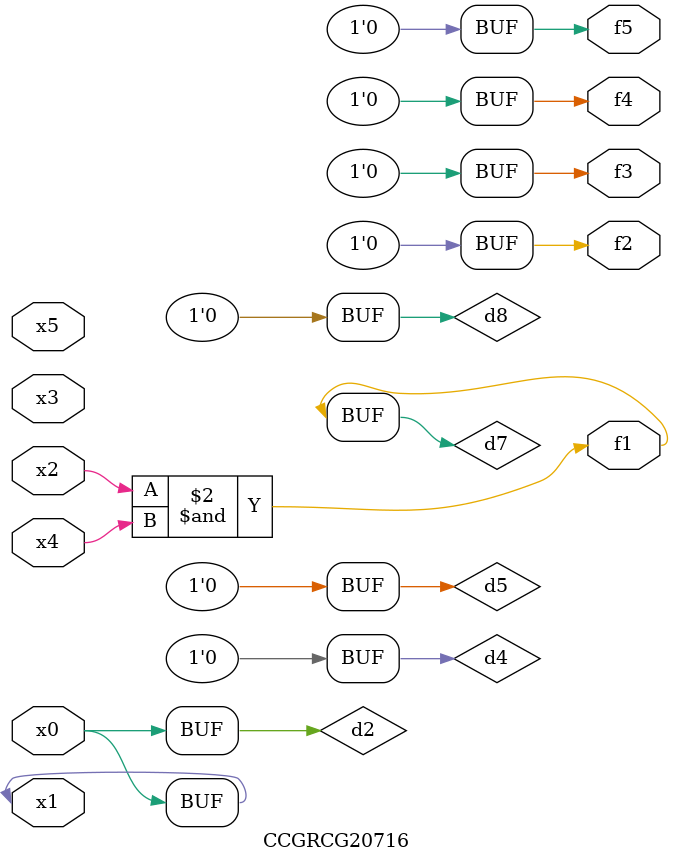
<source format=v>
module CCGRCG20716(
	input x0, x1, x2, x3, x4, x5,
	output f1, f2, f3, f4, f5
);

	wire d1, d2, d3, d4, d5, d6, d7, d8, d9;

	nand (d1, x1);
	buf (d2, x0, x1);
	nand (d3, x2, x4);
	and (d4, d1, d2);
	and (d5, d1, d2);
	nand (d6, d1, d3);
	not (d7, d3);
	xor (d8, d5);
	nor (d9, d5, d6);
	assign f1 = d7;
	assign f2 = d8;
	assign f3 = d8;
	assign f4 = d8;
	assign f5 = d8;
endmodule

</source>
